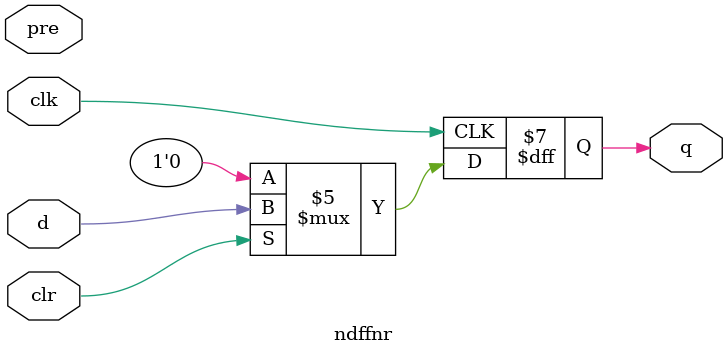
<source format=v>
module adff
    ( input d, clk, clr, output reg q );
    initial begin
      q = 0;
    end
	always @( posedge clk, posedge clr )
		if ( clr )
			q <= 1'b0;
		else
            q <= d;
endmodule

module adffn
    ( input d, clk, clr, output reg q );
    initial begin
      q = 0;
    end
	always @( posedge clk, negedge clr )
		if ( !clr )
			q <= 1'b0;
		else
            q <= d;
endmodule

module dffs
    ( input d, clk, pre, clr, output reg q );
    initial begin
      q = 0;
    end
	always @( posedge clk )
		if ( pre )
			q <= 1'b1;
		else
            q <= d;
endmodule

module ndffnr
    ( input d, clk, pre, clr, output reg q );
    initial begin
      q = 0;
    end
	always @( negedge clk )
		if ( !clr )
			q <= 1'b0;
		else
            q <= d;
endmodule

</source>
